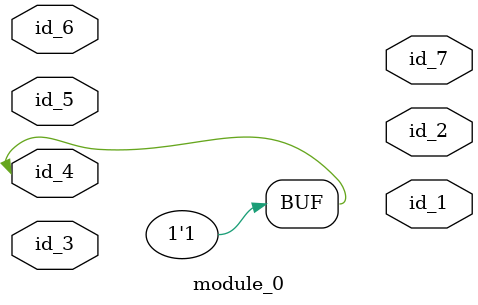
<source format=v>
`timescale 1 ps / 1 ps
module module_0 (
    id_1,
    id_2,
    id_3,
    id_4,
    id_5,
    id_6,
    id_7
);
  output id_7;
  input id_6;
  inout id_5;
  inout id_4;
  inout id_3;
  output id_2;
  output id_1;
  assign id_4 = 1 || id_5 != id_5;
endmodule

</source>
